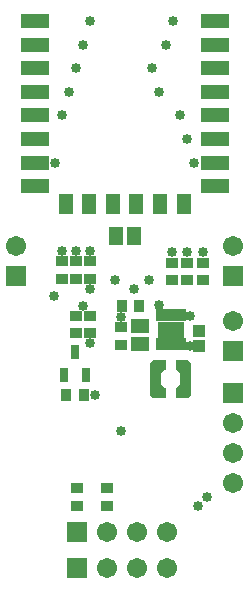
<source format=gts>
G04 Layer_Color=8388736*
%FSLAX24Y24*%
%MOIN*%
G70*
G01*
G75*
%ADD33R,0.0415X0.0336*%
%ADD34R,0.0330X0.0880*%
%ADD35R,0.0415X0.0434*%
%ADD36R,0.0190X0.0395*%
%ADD37R,0.0867X0.0552*%
%ADD38R,0.0336X0.0415*%
%ADD39R,0.0631X0.0474*%
%ADD40R,0.0316X0.0513*%
%ADD41R,0.0474X0.0631*%
%ADD42R,0.0966X0.0474*%
%ADD43R,0.0474X0.0671*%
%ADD44R,0.0671X0.0671*%
%ADD45C,0.0671*%
%ADD46R,0.0671X0.0671*%
%ADD47C,0.0237*%
%ADD48C,0.0336*%
G36*
X6225Y7569D02*
X6230Y7568D01*
X6235Y7566D01*
X6239Y7564D01*
X6244Y7561D01*
X6248Y7557D01*
X6348Y7457D01*
X6351Y7454D01*
X6354Y7449D01*
X6356Y7444D01*
X6358Y7440D01*
X6359Y7434D01*
X6359Y7429D01*
Y6429D01*
X6359Y6424D01*
X6358Y6419D01*
X6356Y6414D01*
X6354Y6409D01*
X6351Y6405D01*
X6348Y6401D01*
X6248Y6301D01*
X6244Y6297D01*
X6239Y6294D01*
X6235Y6292D01*
X6230Y6290D01*
X6225Y6289D01*
X6219Y6289D01*
X5869D01*
X5864Y6289D01*
X5859Y6290D01*
X5854Y6292D01*
X5849Y6294D01*
X5845Y6297D01*
X5841Y6301D01*
X5837Y6305D01*
X5835Y6309D01*
X5832Y6314D01*
X5831Y6319D01*
X5830Y6324D01*
X5829Y6329D01*
Y6604D01*
X5829Y6606D01*
X5829Y6608D01*
X5829Y6609D01*
X5830Y6609D01*
X5830Y6611D01*
X5830Y6613D01*
X5830Y6614D01*
X5831Y6615D01*
X5831Y6616D01*
X5832Y6618D01*
X5832Y6619D01*
X5832Y6619D01*
X5833Y6621D01*
X5834Y6623D01*
X5834Y6623D01*
X5835Y6624D01*
X5836Y6626D01*
X5837Y6627D01*
X5837Y6628D01*
X5837Y6629D01*
X5839Y6630D01*
X5840Y6631D01*
X5840Y6632D01*
X5841Y6632D01*
X5842Y6634D01*
X5844Y6635D01*
X5979Y6748D01*
Y7110D01*
X5844Y7223D01*
X5842Y7225D01*
X5841Y7226D01*
X5840Y7226D01*
X5840Y7227D01*
X5839Y7228D01*
X5837Y7230D01*
X5837Y7230D01*
X5837Y7231D01*
X5836Y7233D01*
X5835Y7234D01*
X5834Y7235D01*
X5834Y7236D01*
X5833Y7237D01*
X5832Y7239D01*
X5832Y7240D01*
X5832Y7240D01*
X5831Y7242D01*
X5831Y7244D01*
X5830Y7245D01*
X5830Y7245D01*
X5830Y7247D01*
X5830Y7249D01*
X5829Y7250D01*
X5829Y7251D01*
X5829Y7252D01*
X5829Y7254D01*
Y7529D01*
X5830Y7534D01*
X5831Y7540D01*
X5832Y7544D01*
X5835Y7549D01*
X5837Y7554D01*
X5841Y7557D01*
X5845Y7561D01*
X5849Y7564D01*
X5854Y7566D01*
X5859Y7568D01*
X5864Y7569D01*
X5869Y7569D01*
X6219D01*
X6225Y7569D01*
D02*
G37*
G36*
X5475D02*
X5480Y7568D01*
X5485Y7566D01*
X5489Y7564D01*
X5494Y7561D01*
X5498Y7557D01*
X5501Y7554D01*
X5504Y7549D01*
X5506Y7544D01*
X5508Y7540D01*
X5509Y7534D01*
X5509Y7529D01*
Y7254D01*
X5509Y7252D01*
X5509Y7251D01*
X5509Y7250D01*
X5509Y7249D01*
X5509Y7247D01*
X5508Y7245D01*
X5508Y7245D01*
X5508Y7244D01*
X5507Y7242D01*
X5507Y7240D01*
X5507Y7240D01*
X5506Y7239D01*
X5506Y7237D01*
X5505Y7236D01*
X5504Y7235D01*
X5504Y7234D01*
X5503Y7233D01*
X5502Y7231D01*
X5502Y7230D01*
X5501Y7230D01*
X5500Y7228D01*
X5499Y7227D01*
X5498Y7226D01*
X5498Y7226D01*
X5496Y7225D01*
X5495Y7223D01*
X5359Y7110D01*
Y6748D01*
X5495Y6635D01*
X5496Y6634D01*
X5498Y6632D01*
X5498Y6632D01*
X5499Y6631D01*
X5500Y6630D01*
X5501Y6629D01*
X5502Y6628D01*
X5502Y6627D01*
X5503Y6626D01*
X5504Y6624D01*
X5504Y6623D01*
X5505Y6623D01*
X5506Y6621D01*
X5506Y6619D01*
X5507Y6619D01*
X5507Y6618D01*
X5507Y6616D01*
X5508Y6615D01*
X5508Y6614D01*
X5508Y6613D01*
X5509Y6611D01*
X5509Y6609D01*
X5509Y6609D01*
X5509Y6608D01*
X5509Y6606D01*
X5509Y6604D01*
Y6329D01*
X5509Y6324D01*
X5508Y6319D01*
X5506Y6314D01*
X5504Y6309D01*
X5501Y6305D01*
X5498Y6301D01*
X5494Y6297D01*
X5489Y6294D01*
X5485Y6292D01*
X5480Y6290D01*
X5475Y6289D01*
X5469Y6289D01*
X5119D01*
X5114Y6289D01*
X5109Y6290D01*
X5104Y6292D01*
X5099Y6294D01*
X5095Y6297D01*
X5091Y6301D01*
X4991Y6401D01*
X4987Y6405D01*
X4985Y6409D01*
X4982Y6414D01*
X4981Y6419D01*
X4980Y6424D01*
X4979Y6429D01*
Y7429D01*
X4980Y7434D01*
X4981Y7440D01*
X4982Y7444D01*
X4985Y7449D01*
X4987Y7454D01*
X4991Y7457D01*
X5091Y7557D01*
X5095Y7561D01*
X5099Y7564D01*
X5104Y7566D01*
X5109Y7568D01*
X5114Y7569D01*
X5119Y7569D01*
X5469D01*
X5475Y7569D01*
D02*
G37*
D33*
X6732Y10807D02*
D03*
Y10217D02*
D03*
X6220Y10807D02*
D03*
Y10217D02*
D03*
X5709Y10807D02*
D03*
Y10217D02*
D03*
X4016Y8051D02*
D03*
Y8642D02*
D03*
X2992Y9035D02*
D03*
Y8445D02*
D03*
X2520Y8445D02*
D03*
Y9035D02*
D03*
X2992Y10846D02*
D03*
Y10256D02*
D03*
X2520Y10256D02*
D03*
Y10846D02*
D03*
X2047Y10846D02*
D03*
Y10256D02*
D03*
X3543Y3287D02*
D03*
Y2697D02*
D03*
X2559Y3287D02*
D03*
Y2697D02*
D03*
D34*
X5169Y6929D02*
D03*
X6169D02*
D03*
D35*
X6614Y8012D02*
D03*
Y8524D02*
D03*
D36*
X5676Y8075D02*
D03*
X6069D02*
D03*
X5873D02*
D03*
X5479D02*
D03*
X5282D02*
D03*
Y9059D02*
D03*
X5479D02*
D03*
X5873D02*
D03*
X6069D02*
D03*
X5676D02*
D03*
D37*
Y8567D02*
D03*
D38*
X4035Y9370D02*
D03*
X4626D02*
D03*
X2776Y6378D02*
D03*
X2185D02*
D03*
D39*
X4646Y8081D02*
D03*
Y8691D02*
D03*
D40*
X2480Y7825D02*
D03*
X2854Y7057D02*
D03*
X2106D02*
D03*
D41*
X3829Y11693D02*
D03*
X4439D02*
D03*
D42*
X7136Y13346D02*
D03*
Y14134D02*
D03*
Y14921D02*
D03*
Y15709D02*
D03*
Y16496D02*
D03*
Y17283D02*
D03*
Y18071D02*
D03*
Y18858D02*
D03*
X1132D02*
D03*
Y18071D02*
D03*
Y17283D02*
D03*
Y16496D02*
D03*
Y15709D02*
D03*
Y14921D02*
D03*
Y14134D02*
D03*
Y13346D02*
D03*
D43*
X2165Y12756D02*
D03*
X2953D02*
D03*
X3740D02*
D03*
X4528D02*
D03*
X5315D02*
D03*
X6102D02*
D03*
D44*
X2559Y630D02*
D03*
Y1811D02*
D03*
D45*
X3559Y630D02*
D03*
X4559D02*
D03*
X5559D02*
D03*
X3559Y1811D02*
D03*
X4559D02*
D03*
X5559D02*
D03*
X7756Y11354D02*
D03*
Y8874D02*
D03*
Y5457D02*
D03*
Y4457D02*
D03*
Y3457D02*
D03*
X512Y11354D02*
D03*
D46*
X7756Y10354D02*
D03*
Y7874D02*
D03*
Y6457D02*
D03*
X512Y10354D02*
D03*
D47*
X5380Y8705D02*
D03*
X5971D02*
D03*
Y8429D02*
D03*
X5380D02*
D03*
X5676Y8567D02*
D03*
D48*
X6594Y2697D02*
D03*
X6890Y2992D02*
D03*
X3150Y6378D02*
D03*
X1811Y14134D02*
D03*
X2047Y15709D02*
D03*
X2283Y16496D02*
D03*
X2520Y17283D02*
D03*
X2756Y18071D02*
D03*
X2992Y18858D02*
D03*
X6457Y14134D02*
D03*
X6220Y14921D02*
D03*
X5984Y15709D02*
D03*
X2992Y11181D02*
D03*
X2520Y11181D02*
D03*
X2047Y11181D02*
D03*
X5709Y11142D02*
D03*
X6220D02*
D03*
X6732D02*
D03*
X2992Y9921D02*
D03*
X2756Y9370D02*
D03*
X2992Y8110D02*
D03*
X5039Y17283D02*
D03*
X5276Y16496D02*
D03*
X4016Y8976D02*
D03*
X5282Y9394D02*
D03*
X4941Y10217D02*
D03*
X3819D02*
D03*
X1772Y9685D02*
D03*
X4439Y9921D02*
D03*
X5748Y18858D02*
D03*
X5512Y18071D02*
D03*
X4016Y5197D02*
D03*
X6299Y9016D02*
D03*
Y8031D02*
D03*
M02*

</source>
